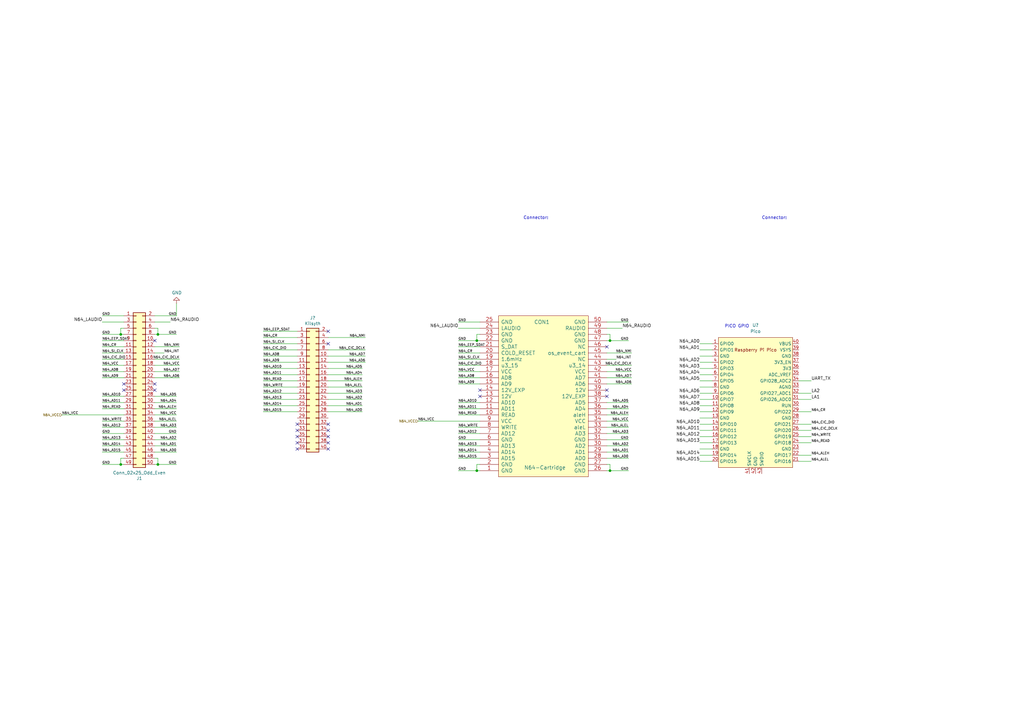
<source format=kicad_sch>
(kicad_sch (version 20211123) (generator eeschema)
  (paper "A3")
  (title_block (date "2019-12-28") (rev "1.1"))
  (lib_symbols
    (symbol "Connector_Generic:Conn_02x20_Odd_Even" (pin_names (offset 1.016) hide)
      (property "Reference" "J" (at 1.27 25.4 0))
      (property "Value" "Conn_02x20_Odd_Even" (at 1.27 -27.94 0))
      (symbol "Conn_02x20_Odd_Even_1_1"
        (rectangle (start -1.27 -25.273) (end 0 -25.527) (stroke (width 0.1524)))
        (rectangle (start -1.27 -22.733) (end 0 -22.987) (stroke (width 0.1524)))
        (rectangle (start -1.27 -20.193) (end 0 -20.447) (stroke (width 0.1524)))
        (rectangle (start -1.27 -17.653) (end 0 -17.907) (stroke (width 0.1524)))
        (rectangle (start -1.27 -15.113) (end 0 -15.367) (stroke (width 0.1524)))
        (rectangle (start -1.27 -12.573) (end 0 -12.827) (stroke (width 0.1524)))
        (rectangle (start -1.27 -10.033) (end 0 -10.287) (stroke (width 0.1524)))
        (rectangle (start -1.27 -7.493) (end 0 -7.747) (stroke (width 0.1524)))
        (rectangle (start -1.27 -4.953) (end 0 -5.207) (stroke (width 0.1524)))
        (rectangle (start -1.27 -2.413) (end 0 -2.667) (stroke (width 0.1524)))
        (rectangle (start -1.27 0.127) (end 0 -0.127) (stroke (width 0.1524)))
        (rectangle (start -1.27 2.667) (end 0 2.413) (stroke (width 0.1524)))
        (rectangle (start -1.27 5.207) (end 0 4.953) (stroke (width 0.1524)))
        (rectangle (start -1.27 7.747) (end 0 7.493) (stroke (width 0.1524)))
        (rectangle (start -1.27 10.287) (end 0 10.033) (stroke (width 0.1524)))
        (rectangle (start -1.27 12.827) (end 0 12.573) (stroke (width 0.1524)))
        (rectangle (start -1.27 15.367) (end 0 15.113) (stroke (width 0.1524)))
        (rectangle (start -1.27 17.907) (end 0 17.653) (stroke (width 0.1524)))
        (rectangle (start -1.27 20.447) (end 0 20.193) (stroke (width 0.1524)))
        (rectangle (start -1.27 22.987) (end 0 22.733) (stroke (width 0.1524)))
        (rectangle (start -1.27 24.13) (end 3.81 -26.67) (stroke (width 0.254)) (fill (type background)))
        (rectangle (start 3.81 -25.273) (end 2.54 -25.527) (stroke (width 0.1524)))
        (rectangle (start 3.81 -22.733) (end 2.54 -22.987) (stroke (width 0.1524)))
        (rectangle (start 3.81 -20.193) (end 2.54 -20.447) (stroke (width 0.1524)))
        (rectangle (start 3.81 -17.653) (end 2.54 -17.907) (stroke (width 0.1524)))
        (rectangle (start 3.81 -15.113) (end 2.54 -15.367) (stroke (width 0.1524)))
        (rectangle (start 3.81 -12.573) (end 2.54 -12.827) (stroke (width 0.1524)))
        (rectangle (start 3.81 -10.033) (end 2.54 -10.287) (stroke (width 0.1524)))
        (rectangle (start 3.81 -7.493) (end 2.54 -7.747) (stroke (width 0.1524)))
        (rectangle (start 3.81 -4.953) (end 2.54 -5.207) (stroke (width 0.1524)))
        (rectangle (start 3.81 -2.413) (end 2.54 -2.667) (stroke (width 0.1524)))
        (rectangle (start 3.81 0.127) (end 2.54 -0.127) (stroke (width 0.1524)))
        (rectangle (start 3.81 2.667) (end 2.54 2.413) (stroke (width 0.1524)))
        (rectangle (start 3.81 5.207) (end 2.54 4.953) (stroke (width 0.1524)))
        (rectangle (start 3.81 7.747) (end 2.54 7.493) (stroke (width 0.1524)))
        (rectangle (start 3.81 10.287) (end 2.54 10.033) (stroke (width 0.1524)))
        (rectangle (start 3.81 12.827) (end 2.54 12.573) (stroke (width 0.1524)))
        (rectangle (start 3.81 15.367) (end 2.54 15.113) (stroke (width 0.1524)))
        (rectangle (start 3.81 17.907) (end 2.54 17.653) (stroke (width 0.1524)))
        (rectangle (start 3.81 20.447) (end 2.54 20.193) (stroke (width 0.1524)))
        (rectangle (start 3.81 22.987) (end 2.54 22.733) (stroke (width 0.1524)))
        (pin passive line (at -5.08 22.86 0) (length 3.81) (name "Pin_1") (number "1"))
        (pin passive line (at 7.62 12.7 180) (length 3.81) (name "Pin_10") (number "10"))
        (pin passive line (at -5.08 10.16 0) (length 3.81) (name "Pin_11") (number "11"))
        (pin passive line (at 7.62 10.16 180) (length 3.81) (name "Pin_12") (number "12"))
        (pin passive line (at -5.08 7.62 0) (length 3.81) (name "Pin_13") (number "13"))
        (pin passive line (at 7.62 7.62 180) (length 3.81) (name "Pin_14") (number "14"))
        (pin passive line (at -5.08 5.08 0) (length 3.81) (name "Pin_15") (number "15"))
        (pin passive line (at 7.62 5.08 180) (length 3.81) (name "Pin_16") (number "16"))
        (pin passive line (at -5.08 2.54 0) (length 3.81) (name "Pin_17") (number "17"))
        (pin passive line (at 7.62 2.54 180) (length 3.81) (name "Pin_18") (number "18"))
        (pin passive line (at -5.08 0 0) (length 3.81) (name "Pin_19") (number "19"))
        (pin passive line (at 7.62 22.86 180) (length 3.81) (name "Pin_2") (number "2"))
        (pin passive line (at 7.62 0 180) (length 3.81) (name "Pin_20") (number "20"))
        (pin passive line (at -5.08 -2.54 0) (length 3.81) (name "Pin_21") (number "21"))
        (pin passive line (at 7.62 -2.54 180) (length 3.81) (name "Pin_22") (number "22"))
        (pin passive line (at -5.08 -5.08 0) (length 3.81) (name "Pin_23") (number "23"))
        (pin passive line (at 7.62 -5.08 180) (length 3.81) (name "Pin_24") (number "24"))
        (pin passive line (at -5.08 -7.62 0) (length 3.81) (name "Pin_25") (number "25"))
        (pin passive line (at 7.62 -7.62 180) (length 3.81) (name "Pin_26") (number "26"))
        (pin passive line (at -5.08 -10.16 0) (length 3.81) (name "Pin_27") (number "27"))
        (pin passive line (at 7.62 -10.16 180) (length 3.81) (name "Pin_28") (number "28"))
        (pin passive line (at -5.08 -12.7 0) (length 3.81) (name "Pin_29") (number "29"))
        (pin passive line (at -5.08 20.32 0) (length 3.81) (name "Pin_3") (number "3"))
        (pin passive line (at 7.62 -12.7 180) (length 3.81) (name "Pin_30") (number "30"))
        (pin passive line (at -5.08 -15.24 0) (length 3.81) (name "Pin_31") (number "31"))
        (pin passive line (at 7.62 -15.24 180) (length 3.81) (name "Pin_32") (number "32"))
        (pin passive line (at -5.08 -17.78 0) (length 3.81) (name "Pin_33") (number "33"))
        (pin passive line (at 7.62 -17.78 180) (length 3.81) (name "Pin_34") (number "34"))
        (pin passive line (at -5.08 -20.32 0) (length 3.81) (name "Pin_35") (number "35"))
        (pin passive line (at 7.62 -20.32 180) (length 3.81) (name "Pin_36") (number "36"))
        (pin passive line (at -5.08 -22.86 0) (length 3.81) (name "Pin_37") (number "37"))
        (pin passive line (at 7.62 -22.86 180) (length 3.81) (name "Pin_38") (number "38"))
        (pin passive line (at -5.08 -25.4 0) (length 3.81) (name "Pin_39") (number "39"))
        (pin passive line (at 7.62 20.32 180) (length 3.81) (name "Pin_4") (number "4"))
        (pin passive line (at 7.62 -25.4 180) (length 3.81) (name "Pin_40") (number "40"))
        (pin passive line (at -5.08 17.78 0) (length 3.81) (name "Pin_5") (number "5"))
        (pin passive line (at 7.62 17.78 180) (length 3.81) (name "Pin_6") (number "6"))
        (pin passive line (at -5.08 15.24 0) (length 3.81) (name "Pin_7") (number "7"))
        (pin passive line (at 7.62 15.24 180) (length 3.81) (name "Pin_8") (number "8"))
        (pin passive line (at -5.08 12.7 0) (length 3.81) (name "Pin_9") (number "9"))
      )
    )
    (symbol "Connector_Generic:Conn_02x25_Odd_Even" (pin_names (offset 1.016) hide)
      (property "Reference" "J" (at 1.27 33.02 0))
      (property "Value" "Conn_02x25_Odd_Even" (at 1.27 -33.02 0))
      (symbol "Conn_02x25_Odd_Even_1_1"
        (rectangle (start -1.27 -30.353) (end 0 -30.607) (stroke (width 0.1524)))
        (rectangle (start -1.27 -27.813) (end 0 -28.067) (stroke (width 0.1524)))
        (rectangle (start -1.27 -25.273) (end 0 -25.527) (stroke (width 0.1524)))
        (rectangle (start -1.27 -22.733) (end 0 -22.987) (stroke (width 0.1524)))
        (rectangle (start -1.27 -20.193) (end 0 -20.447) (stroke (width 0.1524)))
        (rectangle (start -1.27 -17.653) (end 0 -17.907) (stroke (width 0.1524)))
        (rectangle (start -1.27 -15.113) (end 0 -15.367) (stroke (width 0.1524)))
        (rectangle (start -1.27 -12.573) (end 0 -12.827) (stroke (width 0.1524)))
        (rectangle (start -1.27 -10.033) (end 0 -10.287) (stroke (width 0.1524)))
        (rectangle (start -1.27 -7.493) (end 0 -7.747) (stroke (width 0.1524)))
        (rectangle (start -1.27 -4.953) (end 0 -5.207) (stroke (width 0.1524)))
        (rectangle (start -1.27 -2.413) (end 0 -2.667) (stroke (width 0.1524)))
        (rectangle (start -1.27 0.127) (end 0 -0.127) (stroke (width 0.1524)))
        (rectangle (start -1.27 2.667) (end 0 2.413) (stroke (width 0.1524)))
        (rectangle (start -1.27 5.207) (end 0 4.953) (stroke (width 0.1524)))
        (rectangle (start -1.27 7.747) (end 0 7.493) (stroke (width 0.1524)))
        (rectangle (start -1.27 10.287) (end 0 10.033) (stroke (width 0.1524)))
        (rectangle (start -1.27 12.827) (end 0 12.573) (stroke (width 0.1524)))
        (rectangle (start -1.27 15.367) (end 0 15.113) (stroke (width 0.1524)))
        (rectangle (start -1.27 17.907) (end 0 17.653) (stroke (width 0.1524)))
        (rectangle (start -1.27 20.447) (end 0 20.193) (stroke (width 0.1524)))
        (rectangle (start -1.27 22.987) (end 0 22.733) (stroke (width 0.1524)))
        (rectangle (start -1.27 25.527) (end 0 25.273) (stroke (width 0.1524)))
        (rectangle (start -1.27 28.067) (end 0 27.813) (stroke (width 0.1524)))
        (rectangle (start -1.27 30.607) (end 0 30.353) (stroke (width 0.1524)))
        (rectangle (start -1.27 31.75) (end 3.81 -31.75) (stroke (width 0.254)) (fill (type background)))
        (rectangle (start 3.81 -30.353) (end 2.54 -30.607) (stroke (width 0.1524)))
        (rectangle (start 3.81 -27.813) (end 2.54 -28.067) (stroke (width 0.1524)))
        (rectangle (start 3.81 -25.273) (end 2.54 -25.527) (stroke (width 0.1524)))
        (rectangle (start 3.81 -22.733) (end 2.54 -22.987) (stroke (width 0.1524)))
        (rectangle (start 3.81 -20.193) (end 2.54 -20.447) (stroke (width 0.1524)))
        (rectangle (start 3.81 -17.653) (end 2.54 -17.907) (stroke (width 0.1524)))
        (rectangle (start 3.81 -15.113) (end 2.54 -15.367) (stroke (width 0.1524)))
        (rectangle (start 3.81 -12.573) (end 2.54 -12.827) (stroke (width 0.1524)))
        (rectangle (start 3.81 -10.033) (end 2.54 -10.287) (stroke (width 0.1524)))
        (rectangle (start 3.81 -7.493) (end 2.54 -7.747) (stroke (width 0.1524)))
        (rectangle (start 3.81 -4.953) (end 2.54 -5.207) (stroke (width 0.1524)))
        (rectangle (start 3.81 -2.413) (end 2.54 -2.667) (stroke (width 0.1524)))
        (rectangle (start 3.81 0.127) (end 2.54 -0.127) (stroke (width 0.1524)))
        (rectangle (start 3.81 2.667) (end 2.54 2.413) (stroke (width 0.1524)))
        (rectangle (start 3.81 5.207) (end 2.54 4.953) (stroke (width 0.1524)))
        (rectangle (start 3.81 7.747) (end 2.54 7.493) (stroke (width 0.1524)))
        (rectangle (start 3.81 10.287) (end 2.54 10.033) (stroke (width 0.1524)))
        (rectangle (start 3.81 12.827) (end 2.54 12.573) (stroke (width 0.1524)))
        (rectangle (start 3.81 15.367) (end 2.54 15.113) (stroke (width 0.1524)))
        (rectangle (start 3.81 17.907) (end 2.54 17.653) (stroke (width 0.1524)))
        (rectangle (start 3.81 20.447) (end 2.54 20.193) (stroke (width 0.1524)))
        (rectangle (start 3.81 22.987) (end 2.54 22.733) (stroke (width 0.1524)))
        (rectangle (start 3.81 25.527) (end 2.54 25.273) (stroke (width 0.1524)))
        (rectangle (start 3.81 28.067) (end 2.54 27.813) (stroke (width 0.1524)))
        (rectangle (start 3.81 30.607) (end 2.54 30.353) (stroke (width 0.1524)))
        (pin passive line (at -5.08 30.48 0) (length 3.81) (name "Pin_1") (number "1"))
        (pin passive line (at 7.62 20.32 180) (length 3.81) (name "Pin_10") (number "10"))
        (pin passive line (at -5.08 17.78 0) (length 3.81) (name "Pin_11") (number "11"))
        (pin passive line (at 7.62 17.78 180) (length 3.81) (name "Pin_12") (number "12"))
        (pin passive line (at -5.08 15.24 0) (length 3.81) (name "Pin_13") (number "13"))
        (pin passive line (at 7.62 15.24 180) (length 3.81) (name "Pin_14") (number "14"))
        (pin passive line (at -5.08 12.7 0) (length 3.81) (name "Pin_15") (number "15"))
        (pin passive line (at 7.62 12.7 180) (length 3.81) (name "Pin_16") (number "16"))
        (pin passive line (at -5.08 10.16 0) (length 3.81) (name "Pin_17") (number "17"))
        (pin passive line (at 7.62 10.16 180) (length 3.81) (name "Pin_18") (number "18"))
        (pin passive line (at -5.08 7.62 0) (length 3.81) (name "Pin_19") (number "19"))
        (pin passive line (at 7.62 30.48 180) (length 3.81) (name "Pin_2") (number "2"))
        (pin passive line (at 7.62 7.62 180) (length 3.81) (name "Pin_20") (number "20"))
        (pin passive line (at -5.08 5.08 0) (length 3.81) (name "Pin_21") (number "21"))
        (pin passive line (at 7.62 5.08 180) (length 3.81) (name "Pin_22") (number "22"))
        (pin passive line (at -5.08 2.54 0) (length 3.81) (name "Pin_23") (number "23"))
        (pin passive line (at 7.62 2.54 180) (length 3.81) (name "Pin_24") (number "24"))
        (pin passive line (at -5.08 0 0) (length 3.81) (name "Pin_25") (number "25"))
        (pin passive line (at 7.62 0 180) (length 3.81) (name "Pin_26") (number "26"))
        (pin passive line (at -5.08 -2.54 0) (length 3.81) (name "Pin_27") (number "27"))
        (pin passive line (at 7.62 -2.54 180) (length 3.81) (name "Pin_28") (number "28"))
        (pin passive line (at -5.08 -5.08 0) (length 3.81) (name "Pin_29") (number "29"))
        (pin passive line (at -5.08 27.94 0) (length 3.81) (name "Pin_3") (number "3"))
        (pin passive line (at 7.62 -5.08 180) (length 3.81) (name "Pin_30") (number "30"))
        (pin passive line (at -5.08 -7.62 0) (length 3.81) (name "Pin_31") (number "31"))
        (pin passive line (at 7.62 -7.62 180) (length 3.81) (name "Pin_32") (number "32"))
        (pin passive line (at -5.08 -10.16 0) (length 3.81) (name "Pin_33") (number "33"))
        (pin passive line (at 7.62 -10.16 180) (length 3.81) (name "Pin_34") (number "34"))
        (pin passive line (at -5.08 -12.7 0) (length 3.81) (name "Pin_35") (number "35"))
        (pin passive line (at 7.62 -12.7 180) (length 3.81) (name "Pin_36") (number "36"))
        (pin passive line (at -5.08 -15.24 0) (length 3.81) (name "Pin_37") (number "37"))
        (pin passive line (at 7.62 -15.24 180) (length 3.81) (name "Pin_38") (number "38"))
        (pin passive line (at -5.08 -17.78 0) (length 3.81) (name "Pin_39") (number "39"))
        (pin passive line (at 7.62 27.94 180) (length 3.81) (name "Pin_4") (number "4"))
        (pin passive line (at 7.62 -17.78 180) (length 3.81) (name "Pin_40") (number "40"))
        (pin passive line (at -5.08 -20.32 0) (length 3.81) (name "Pin_41") (number "41"))
        (pin passive line (at 7.62 -20.32 180) (length 3.81) (name "Pin_42") (number "42"))
        (pin passive line (at -5.08 -22.86 0) (length 3.81) (name "Pin_43") (number "43"))
        (pin passive line (at 7.62 -22.86 180) (length 3.81) (name "Pin_44") (number "44"))
        (pin passive line (at -5.08 -25.4 0) (length 3.81) (name "Pin_45") (number "45"))
        (pin passive line (at 7.62 -25.4 180) (length 3.81) (name "Pin_46") (number "46"))
        (pin passive line (at -5.08 -27.94 0) (length 3.81) (name "Pin_47") (number "47"))
        (pin passive line (at 7.62 -27.94 180) (length 3.81) (name "Pin_48") (number "48"))
        (pin passive line (at -5.08 -30.48 0) (length 3.81) (name "Pin_49") (number "49"))
        (pin passive line (at -5.08 25.4 0) (length 3.81) (name "Pin_5") (number "5"))
        (pin passive line (at 7.62 -30.48 180) (length 3.81) (name "Pin_50") (number "50"))
        (pin passive line (at 7.62 25.4 180) (length 3.81) (name "Pin_6") (number "6"))
        (pin passive line (at -5.08 22.86 0) (length 3.81) (name "Pin_7") (number "7"))
        (pin passive line (at 7.62 22.86 180) (length 3.81) (name "Pin_8") (number "8"))
        (pin passive line (at -5.08 20.32 0) (length 3.81) (name "Pin_9") (number "9"))
      )
    )
    (symbol "n64-cartridge:N64-Cartridge" (pin_names (offset 1.016))
      (property "Reference" "U" (at -1.27 -2.54 0))
      (property "Value" "N64-Cartridge" (at 0 57.15 0))
      (symbol "N64-Cartridge_0_1"
        (rectangle (start -19.05 60.96) (end 17.78 -5.08) (fill (type background)))
      )
      (symbol "N64-Cartridge_1_1"
        (pin passive line (at -26.67 58.42 0) (length 7.62) (name "GND") (number "1"))
        (pin passive line (at -26.67 35.56 0) (length 7.62) (name "READ") (number "10"))
        (pin passive line (at -26.67 33.02 0) (length 7.62) (name "AD11") (number "11"))
        (pin passive line (at -26.67 30.48 0) (length 7.62) (name "AD10") (number "12"))
        (pin passive line (at -26.67 27.94 0) (length 7.62) (name "12V") (number "13"))
        (pin passive line (at -26.67 25.4 0) (length 7.62) (name "12V_EXP") (number "14"))
        (pin passive line (at -26.67 22.86 0) (length 7.62) (name "AD9") (number "15"))
        (pin passive line (at -26.67 20.32 0) (length 7.62) (name "AD8") (number "16"))
        (pin passive line (at -26.67 17.78 0) (length 7.62) (name "VCC") (number "17"))
        (pin passive line (at -26.67 15.24 0) (length 7.62) (name "u3_15") (number "18"))
        (pin passive line (at -26.67 12.7 0) (length 7.62) (name "1.6mHz") (number "19"))
        (pin passive line (at -26.67 55.88 0) (length 7.62) (name "GND") (number "2"))
        (pin passive line (at -26.67 10.16 0) (length 7.62) (name "COLD_RESET") (number "20"))
        (pin passive line (at -26.67 7.62 0) (length 7.62) (name "S_DAT") (number "21"))
        (pin passive line (at -26.67 5.08 0) (length 7.62) (name "GND") (number "22"))
        (pin passive line (at -26.67 2.54 0) (length 7.62) (name "GND") (number "23"))
        (pin passive line (at -26.67 0 0) (length 7.62) (name "LAUDIO") (number "24"))
        (pin passive line (at -26.67 -2.54 0) (length 7.62) (name "GND") (number "25"))
        (pin passive line (at 25.4 58.42 180) (length 7.62) (name "GND") (number "26"))
        (pin passive line (at 25.4 55.88 180) (length 7.62) (name "GND") (number "27"))
        (pin passive line (at 25.4 53.34 180) (length 7.62) (name "AD0") (number "28"))
        (pin passive line (at 25.4 50.8 180) (length 7.62) (name "AD1") (number "29"))
        (pin passive line (at -26.67 53.34 0) (length 7.62) (name "AD15") (number "3"))
        (pin passive line (at 25.4 48.26 180) (length 7.62) (name "AD2") (number "30"))
        (pin passive line (at 25.4 45.72 180) (length 7.62) (name "GND") (number "31"))
        (pin passive line (at 25.4 43.18 180) (length 7.62) (name "AD3") (number "32"))
        (pin passive line (at 25.4 40.64 180) (length 7.62) (name "aleL") (number "33"))
        (pin passive line (at 25.4 38.1 180) (length 7.62) (name "VCC") (number "34"))
        (pin passive line (at 25.4 35.56 180) (length 7.62) (name "aleH") (number "35"))
        (pin passive line (at 25.4 33.02 180) (length 7.62) (name "AD4") (number "36"))
        (pin passive line (at 25.4 30.48 180) (length 7.62) (name "AD5") (number "37"))
        (pin passive line (at 25.4 27.94 180) (length 7.62) (name "12V_EXP") (number "38"))
        (pin passive line (at 25.4 25.4 180) (length 7.62) (name "12V") (number "39"))
        (pin passive line (at -26.67 50.8 0) (length 7.62) (name "AD14") (number "4"))
        (pin passive line (at 25.4 22.86 180) (length 7.62) (name "AD6") (number "40"))
        (pin passive line (at 25.4 20.32 180) (length 7.62) (name "AD7") (number "41"))
        (pin passive line (at 25.4 17.78 180) (length 7.62) (name "VCC") (number "42"))
        (pin passive line (at 25.4 15.24 180) (length 7.62) (name "u3_14") (number "43"))
        (pin passive line (at 25.4 12.7 180) (length 7.62) (name "NC") (number "44"))
        (pin passive line (at 25.4 10.16 180) (length 7.62) (name "os_event_cart") (number "45"))
        (pin passive line (at 25.4 7.62 180) (length 7.62) (name "NC") (number "46"))
        (pin passive line (at 25.4 5.08 180) (length 7.62) (name "GND") (number "47"))
        (pin passive line (at 25.4 2.54 180) (length 7.62) (name "GND") (number "48"))
        (pin passive line (at 25.4 0 180) (length 7.62) (name "RAUDIO") (number "49"))
        (pin passive line (at -26.67 48.26 0) (length 7.62) (name "AD13") (number "5"))
        (pin passive line (at 25.4 -2.54 180) (length 7.62) (name "GND") (number "50"))
        (pin passive line (at -26.67 45.72 0) (length 7.62) (name "GND") (number "6"))
        (pin passive line (at -26.67 43.18 0) (length 7.62) (name "AD12") (number "7"))
        (pin passive line (at -26.67 40.64 0) (length 7.62) (name "WRITE") (number "8"))
        (pin passive line (at -26.67 38.1 0) (length 7.62) (name "VCC") (number "9"))
      )
    )
    (symbol "pico:Pico"
      (property "Reference" "U" (at -13.97 27.94 0))
      (property "Value" "Pico" (at 0 19.05 0))
      (symbol "Pico_0_0"
        (text "Raspberry Pi Pico" (at 0 21.59 0) (effects (font (size 1.27 1.27))))
      )
      (symbol "Pico_0_1"
        (rectangle (start -15.24 26.67) (end 15.24 -26.67) (fill (type background)))
      )
      (symbol "Pico_1_1"
        (pin bidirectional line (at -17.78 24.13 0) (length 2.54) (name "GPIO0") (number "1"))
        (pin bidirectional line (at -17.78 1.27 0) (length 2.54) (name "GPIO7") (number "10"))
        (pin bidirectional line (at -17.78 -1.27 0) (length 2.54) (name "GPIO8") (number "11"))
        (pin bidirectional line (at -17.78 -3.81 0) (length 2.54) (name "GPIO9") (number "12"))
        (pin power_in line (at -17.78 -6.35 0) (length 2.54) (name "GND") (number "13"))
        (pin bidirectional line (at -17.78 -8.89 0) (length 2.54) (name "GPIO10") (number "14"))
        (pin bidirectional line (at -17.78 -11.43 0) (length 2.54) (name "GPIO11") (number "15"))
        (pin bidirectional line (at -17.78 -13.97 0) (length 2.54) (name "GPIO12") (number "16"))
        (pin bidirectional line (at -17.78 -16.51 0) (length 2.54) (name "GPIO13") (number "17"))
        (pin power_in line (at -17.78 -19.05 0) (length 2.54) (name "GND") (number "18"))
        (pin bidirectional line (at -17.78 -21.59 0) (length 2.54) (name "GPIO14") (number "19"))
        (pin bidirectional line (at -17.78 21.59 0) (length 2.54) (name "GPIO1") (number "2"))
        (pin bidirectional line (at -17.78 -24.13 0) (length 2.54) (name "GPIO15") (number "20"))
        (pin bidirectional line (at 17.78 -24.13 180) (length 2.54) (name "GPIO16") (number "21"))
        (pin bidirectional line (at 17.78 -21.59 180) (length 2.54) (name "GPIO17") (number "22"))
        (pin power_in line (at 17.78 -19.05 180) (length 2.54) (name "GND") (number "23"))
        (pin bidirectional line (at 17.78 -16.51 180) (length 2.54) (name "GPIO18") (number "24"))
        (pin bidirectional line (at 17.78 -13.97 180) (length 2.54) (name "GPIO19") (number "25"))
        (pin bidirectional line (at 17.78 -11.43 180) (length 2.54) (name "GPIO20") (number "26"))
        (pin bidirectional line (at 17.78 -8.89 180) (length 2.54) (name "GPIO21") (number "27"))
        (pin power_in line (at 17.78 -6.35 180) (length 2.54) (name "GND") (number "28"))
        (pin bidirectional line (at 17.78 -3.81 180) (length 2.54) (name "GPIO22") (number "29"))
        (pin power_in line (at -17.78 19.05 0) (length 2.54) (name "GND") (number "3"))
        (pin input line (at 17.78 -1.27 180) (length 2.54) (name "RUN") (number "30"))
        (pin bidirectional line (at 17.78 1.27 180) (length 2.54) (name "GPIO26_ADC0") (number "31"))
        (pin bidirectional line (at 17.78 3.81 180) (length 2.54) (name "GPIO27_ADC1") (number "32"))
        (pin power_in line (at 17.78 6.35 180) (length 2.54) (name "AGND") (number "33"))
        (pin bidirectional line (at 17.78 8.89 180) (length 2.54) (name "GPIO28_ADC2") (number "34"))
        (pin power_in line (at 17.78 11.43 180) (length 2.54) (name "ADC_VREF") (number "35"))
        (pin power_in line (at 17.78 13.97 180) (length 2.54) (name "3V3") (number "36"))
        (pin input line (at 17.78 16.51 180) (length 2.54) (name "3V3_EN") (number "37"))
        (pin bidirectional line (at 17.78 19.05 180) (length 2.54) (name "GND") (number "38"))
        (pin power_in line (at 17.78 21.59 180) (length 2.54) (name "VSYS") (number "39"))
        (pin bidirectional line (at -17.78 16.51 0) (length 2.54) (name "GPIO2") (number "4"))
        (pin power_in line (at 17.78 24.13 180) (length 2.54) (name "VBUS") (number "40"))
        (pin input line (at -2.54 -29.21 90) (length 2.54) (name "SWCLK") (number "41"))
        (pin power_in line (at 0 -29.21 90) (length 2.54) (name "GND") (number "42"))
        (pin bidirectional line (at 2.54 -29.21 90) (length 2.54) (name "SWDIO") (number "43"))
        (pin bidirectional line (at -17.78 13.97 0) (length 2.54) (name "GPIO3") (number "5"))
        (pin bidirectional line (at -17.78 11.43 0) (length 2.54) (name "GPIO4") (number "6"))
        (pin bidirectional line (at -17.78 8.89 0) (length 2.54) (name "GPIO5") (number "7"))
        (pin power_in line (at -17.78 6.35 0) (length 2.54) (name "GND") (number "8"))
        (pin bidirectional line (at -17.78 3.81 0) (length 2.54) (name "GPIO6") (number "9"))
      )
    )
    (symbol "power:GND" (power) (pin_names (offset 0))
      (property "Value" "GND" (at 0 -3.81 0))
      (symbol "GND_0_1"
        (polyline (pts (xy 0 0) (xy 0 -1.27) (xy 1.27 -1.27) (xy 0 -2.54) (xy -1.27 -1.27) (xy 0 -1.27)))
      )
      (symbol "GND_1_1"
        (pin power_in line (at 0 0 270) (length 0) hide (name "GND") (number "1"))
      )
    )
  )
  (junction (at 64.77 190.5))
  (junction (at 250.19 139.7))
  (junction (at 49.53 190.5))
  (junction (at 49.53 137.16))
  (junction (at 64.77 137.16))
  (junction (at 195.58 139.7))
  (junction (at 195.58 193.04))
  (junction (at 250.19 193.04))
  (no_connect (at 134.62 173.99))
  (no_connect (at 134.62 135.89))
  (no_connect (at 134.62 184.15))
  (no_connect (at 248.92 142.24))
  (no_connect (at 248.92 160.02))
  (no_connect (at 134.62 176.53))
  (no_connect (at 121.92 181.61))
  (no_connect (at 134.62 140.97))
  (no_connect (at 134.62 179.07))
  (no_connect (at 121.92 173.99))
  (no_connect (at 121.92 176.53))
  (no_connect (at 196.85 160.02))
  (no_connect (at 248.92 162.56))
  (no_connect (at 63.5 157.48))
  (no_connect (at 121.92 184.15))
  (no_connect (at 121.92 179.07))
  (no_connect (at 50.8 160.02))
  (no_connect (at 196.85 162.56))
  (no_connect (at 50.8 157.48))
  (no_connect (at 63.5 139.7))
  (no_connect (at 63.5 160.02))
  (no_connect (at 134.62 181.61))
  (wire (pts (xy 196.85 167.64) (xy 187.96 167.64)))
  (wire (pts (xy 107.95 163.83) (xy 121.92 163.83)))
  (wire (pts (xy 255.27 134.62) (xy 248.92 134.62)))
  (wire (pts (xy 327.66 163.83) (xy 332.74 163.83)))
  (wire (pts (xy 41.91 190.5) (xy 49.53 190.5)))
  (wire (pts (xy 41.91 185.42) (xy 50.8 185.42)))
  (wire (pts (xy 134.62 168.91) (xy 148.59 168.91)))
  (wire (pts (xy 287.02 158.75) (xy 292.1 158.75)))
  (wire (pts (xy 107.95 143.51) (xy 121.92 143.51)))
  (wire (pts (xy 73.66 142.24) (xy 63.5 142.24)))
  (wire (pts (xy 327.66 189.23) (xy 332.74 189.23)))
  (wire (pts (xy 64.77 187.96) (xy 64.77 190.5)))
  (wire (pts (xy 50.8 139.7) (xy 41.91 139.7)))
  (wire (pts (xy 287.02 184.15) (xy 292.1 184.15)))
  (wire (pts (xy 41.91 137.16) (xy 49.53 137.16)))
  (wire (pts (xy 287.02 151.13) (xy 292.1 151.13)))
  (wire (pts (xy 107.95 168.91) (xy 121.92 168.91)))
  (wire (pts (xy 64.77 134.62) (xy 64.77 137.16)))
  (wire (pts (xy 327.66 156.21) (xy 332.74 156.21)))
  (wire (pts (xy 187.96 149.86) (xy 196.85 149.86)))
  (wire (pts (xy 107.95 135.89) (xy 121.92 135.89)))
  (wire (pts (xy 257.81 170.18) (xy 248.92 170.18)))
  (wire (pts (xy 72.39 165.1) (xy 63.5 165.1)))
  (wire (pts (xy 41.91 180.34) (xy 50.8 180.34)))
  (wire (pts (xy 50.8 175.26) (xy 41.91 175.26)))
  (wire (pts (xy 50.8 165.1) (xy 41.91 165.1)))
  (wire (pts (xy 134.62 163.83) (xy 148.59 163.83)))
  (wire (pts (xy 196.85 157.48) (xy 187.96 157.48)))
  (wire (pts (xy 195.58 137.16) (xy 195.58 139.7)))
  (wire (pts (xy 287.02 186.69) (xy 292.1 186.69)))
  (wire (pts (xy 64.77 190.5) (xy 72.39 190.5)))
  (wire (pts (xy 327.66 173.99) (xy 332.74 173.99)))
  (wire (pts (xy 257.81 167.64) (xy 248.92 167.64)))
  (wire (pts (xy 248.92 180.34) (xy 257.81 180.34)))
  (wire (pts (xy 248.92 147.32) (xy 252.73 147.32)))
  (wire (pts (xy 107.95 166.37) (xy 121.92 166.37)))
  (wire (pts (xy 134.62 161.29) (xy 148.59 161.29)))
  (wire (pts (xy 196.85 142.24) (xy 187.96 142.24)))
  (wire (pts (xy 72.39 167.64) (xy 63.5 167.64)))
  (wire (pts (xy 259.08 149.86) (xy 248.92 149.86)))
  (wire (pts (xy 63.5 190.5) (xy 64.77 190.5)))
  (wire (pts (xy 187.96 187.96) (xy 196.85 187.96)))
  (wire (pts (xy 196.85 165.1) (xy 187.96 165.1)))
  (wire (pts (xy 187.96 193.04) (xy 195.58 193.04)))
  (wire (pts (xy 63.5 185.42) (xy 72.39 185.42)))
  (wire (pts (xy 257.81 165.1) (xy 248.92 165.1)))
  (wire (pts (xy 196.85 132.08) (xy 187.96 132.08)))
  (wire (pts (xy 250.19 139.7) (xy 257.81 139.7)))
  (wire (pts (xy 287.02 189.23) (xy 292.1 189.23)))
  (wire (pts (xy 195.58 193.04) (xy 196.85 193.04)))
  (wire (pts (xy 50.8 187.96) (xy 49.53 187.96)))
  (wire (pts (xy 63.5 149.86) (xy 73.66 149.86)))
  (wire (pts (xy 72.39 182.88) (xy 63.5 182.88)))
  (wire (pts (xy 63.5 132.08) (xy 69.85 132.08)))
  (wire (pts (xy 72.39 162.56) (xy 63.5 162.56)))
  (wire (pts (xy 287.02 153.67) (xy 292.1 153.67)))
  (wire (pts (xy 250.19 190.5) (xy 250.19 193.04)))
  (wire (pts (xy 107.95 153.67) (xy 121.92 153.67)))
  (wire (pts (xy 196.85 177.8) (xy 187.96 177.8)))
  (wire (pts (xy 327.66 186.69) (xy 332.74 186.69)))
  (wire (pts (xy 50.8 134.62) (xy 49.53 134.62)))
  (wire (pts (xy 196.85 180.34) (xy 187.96 180.34)))
  (wire (pts (xy 41.91 152.4) (xy 50.8 152.4)))
  (wire (pts (xy 327.66 181.61) (xy 332.74 181.61)))
  (wire (pts (xy 49.53 137.16) (xy 50.8 137.16)))
  (wire (pts (xy 73.66 147.32) (xy 63.5 147.32)))
  (wire (pts (xy 250.19 193.04) (xy 257.81 193.04)))
  (wire (pts (xy 187.96 147.32) (xy 196.85 147.32)))
  (wire (pts (xy 63.5 137.16) (xy 64.77 137.16)))
  (wire (pts (xy 327.66 176.53) (xy 332.74 176.53)))
  (wire (pts (xy 248.92 193.04) (xy 250.19 193.04)))
  (wire (pts (xy 287.02 166.37) (xy 292.1 166.37)))
  (wire (pts (xy 259.08 154.94) (xy 248.92 154.94)))
  (wire (pts (xy 248.92 139.7) (xy 250.19 139.7)))
  (wire (pts (xy 187.96 154.94) (xy 196.85 154.94)))
  (wire (pts (xy 134.62 146.05) (xy 149.86 146.05)))
  (wire (pts (xy 41.91 147.32) (xy 50.8 147.32)))
  (wire (pts (xy 248.92 152.4) (xy 259.08 152.4)))
  (wire (pts (xy 287.02 171.45) (xy 292.1 171.45)))
  (wire (pts (xy 287.02 140.97) (xy 292.1 140.97)))
  (wire (pts (xy 63.5 134.62) (xy 64.77 134.62)))
  (wire (pts (xy 257.81 177.8) (xy 248.92 177.8)))
  (wire (pts (xy 50.8 142.24) (xy 41.91 142.24)))
  (wire (pts (xy 50.8 167.64) (xy 41.91 167.64)))
  (wire (pts (xy 134.62 153.67) (xy 148.59 153.67)))
  (wire (pts (xy 196.85 170.18) (xy 187.96 170.18)))
  (wire (pts (xy 196.85 185.42) (xy 187.96 185.42)))
  (wire (pts (xy 196.85 152.4) (xy 187.96 152.4)))
  (wire (pts (xy 64.77 137.16) (xy 72.39 137.16)))
  (wire (pts (xy 107.95 138.43) (xy 121.92 138.43)))
  (wire (pts (xy 41.91 144.78) (xy 50.8 144.78)))
  (wire (pts (xy 49.53 190.5) (xy 50.8 190.5)))
  (wire (pts (xy 287.02 161.29) (xy 292.1 161.29)))
  (wire (pts (xy 72.39 129.54) (xy 63.5 129.54)))
  (wire (pts (xy 63.5 177.8) (xy 72.39 177.8)))
  (wire (pts (xy 72.39 172.72) (xy 63.5 172.72)))
  (wire (pts (xy 187.96 139.7) (xy 195.58 139.7)))
  (wire (pts (xy 50.8 172.72) (xy 41.91 172.72)))
  (wire (pts (xy 107.95 148.59) (xy 121.92 148.59)))
  (wire (pts (xy 187.96 182.88) (xy 196.85 182.88)))
  (wire (pts (xy 73.66 154.94) (xy 63.5 154.94)))
  (wire (pts (xy 248.92 190.5) (xy 250.19 190.5)))
  (wire (pts (xy 50.8 182.88) (xy 41.91 182.88)))
  (wire (pts (xy 287.02 143.51) (xy 292.1 143.51)))
  (wire (pts (xy 134.62 138.43) (xy 149.86 138.43)))
  (wire (pts (xy 49.53 187.96) (xy 49.53 190.5)))
  (wire (pts (xy 107.95 140.97) (xy 121.92 140.97)))
  (wire (pts (xy 287.02 146.05) (xy 292.1 146.05)))
  (wire (pts (xy 134.62 143.51) (xy 149.86 143.51)))
  (wire (pts (xy 50.8 149.86) (xy 41.91 149.86)))
  (wire (pts (xy 25.4 170.18) (xy 50.8 170.18)))
  (wire (pts (xy 287.02 179.07) (xy 292.1 179.07)))
  (wire (pts (xy 50.8 129.54) (xy 41.91 129.54)))
  (wire (pts (xy 287.02 176.53) (xy 292.1 176.53)))
  (wire (pts (xy 287.02 168.91) (xy 292.1 168.91)))
  (wire (pts (xy 257.81 132.08) (xy 248.92 132.08)))
  (wire (pts (xy 250.19 137.16) (xy 250.19 139.7)))
  (wire (pts (xy 248.92 137.16) (xy 250.19 137.16)))
  (wire (pts (xy 196.85 134.62) (xy 187.96 134.62)))
  (wire (pts (xy 327.66 161.29) (xy 332.74 161.29)))
  (wire (pts (xy 196.85 190.5) (xy 195.58 190.5)))
  (wire (pts (xy 107.95 146.05) (xy 121.92 146.05)))
  (wire (pts (xy 107.95 151.13) (xy 121.92 151.13)))
  (wire (pts (xy 257.81 185.42) (xy 248.92 185.42)))
  (wire (pts (xy 63.5 187.96) (xy 64.77 187.96)))
  (wire (pts (xy 134.62 151.13) (xy 148.59 151.13)))
  (wire (pts (xy 287.02 173.99) (xy 292.1 173.99)))
  (wire (pts (xy 257.81 182.88) (xy 248.92 182.88)))
  (wire (pts (xy 134.62 156.21) (xy 148.59 156.21)))
  (wire (pts (xy 171.45 172.72) (xy 196.85 172.72)))
  (wire (pts (xy 196.85 175.26) (xy 187.96 175.26)))
  (wire (pts (xy 327.66 168.91) (xy 332.74 168.91)))
  (wire (pts (xy 50.8 154.94) (xy 41.91 154.94)))
  (wire (pts (xy 134.62 148.59) (xy 149.86 148.59)))
  (wire (pts (xy 72.39 124.46) (xy 72.39 129.54)))
  (wire (pts (xy 195.58 190.5) (xy 195.58 193.04)))
  (wire (pts (xy 50.8 177.8) (xy 41.91 177.8)))
  (wire (pts (xy 287.02 163.83) (xy 292.1 163.83)))
  (wire (pts (xy 107.95 158.75) (xy 121.92 158.75)))
  (wire (pts (xy 134.62 158.75) (xy 148.59 158.75)))
  (wire (pts (xy 63.5 144.78) (xy 67.31 144.78)))
  (wire (pts (xy 107.95 156.21) (xy 121.92 156.21)))
  (wire (pts (xy 196.85 144.78) (xy 187.96 144.78)))
  (wire (pts (xy 134.62 166.37) (xy 148.59 166.37)))
  (wire (pts (xy 73.66 152.4) (xy 63.5 152.4)))
  (wire (pts (xy 257.81 175.26) (xy 248.92 175.26)))
  (wire (pts (xy 287.02 148.59) (xy 292.1 148.59)))
  (wire (pts (xy 72.39 175.26) (xy 63.5 175.26)))
  (wire (pts (xy 248.92 187.96) (xy 257.81 187.96)))
  (wire (pts (xy 287.02 156.21) (xy 292.1 156.21)))
  (wire (pts (xy 72.39 180.34) (xy 63.5 180.34)))
  (wire (pts (xy 196.85 137.16) (xy 195.58 137.16)))
  (wire (pts (xy 195.58 139.7) (xy 196.85 139.7)))
  (wire (pts (xy 259.08 157.48) (xy 248.92 157.48)))
  (wire (pts (xy 49.53 134.62) (xy 49.53 137.16)))
  (wire (pts (xy 107.95 161.29) (xy 121.92 161.29)))
  (wire (pts (xy 63.5 170.18) (xy 72.39 170.18)))
  (wire (pts (xy 259.08 144.78) (xy 248.92 144.78)))
  (wire (pts (xy 50.8 162.56) (xy 41.91 162.56)))
  (wire (pts (xy 41.91 132.08) (xy 50.8 132.08)))
  (wire (pts (xy 327.66 179.07) (xy 332.74 179.07)))
  (wire (pts (xy 248.92 172.72) (xy 257.81 172.72)))
  (wire (pts (xy 287.02 181.61) (xy 292.1 181.61)))
  (text "PICO GPIO" (at 297.18 134.62 0) (effects (font (size 1.27 1.27)) (justify left bottom)))
  (text "Connector:" (at 214.63 90.17 0) (effects (font (size 1.27 1.27)) (justify left bottom)))
  (text "Connector:" (at 312.42 90.17 0) (effects (font (size 1.27 1.27)) (justify left bottom)))
  (label "N64_AD3" (at 287.02 151.13 180))
  (label "N64_ALEH" (at 257.81 170.18 180) (effects (font (size 0.9906 0.9906))))
  (label "N64_EEP_SDAT" (at 187.96 142.24 0) (effects (font (size 0.9906 0.9906))))
  (label "N64_CR" (at 187.96 144.78 0) (effects (font (size 0.9906 0.9906))))
  (label "N64_AD0" (at 257.81 187.96 180) (effects (font (size 0.9906 0.9906))))
  (label "N64_CIC_DIO" (at 187.96 149.86 0) (effects (font (size 0.9906 0.9906))))
  (label "N64_EEP_SDAT" (at 107.95 135.89 0) (effects (font (size 0.9906 0.9906))))
  (label "GND" (at 187.96 180.34 0) (effects (font (size 0.9906 0.9906))))
  (label "N64_AD7" (at 287.02 163.83 180))
  (label "GND" (at 257.81 180.34 180) (effects (font (size 0.9906 0.9906))))
  (label "N64_ALEL" (at 72.39 172.72 180) (effects (font (size 0.9906 0.9906))))
  (label "N64_AD14" (at 187.96 185.42 0) (effects (font (size 0.9906 0.9906))))
  (label "N64_AD4" (at 287.02 153.67 180))
  (label "N64_SI_CLK" (at 187.96 147.32 0) (effects (font (size 0.9906 0.9906))))
  (label "UART_TX" (at 332.74 156.21 0))
  (label "N64_AD13" (at 287.02 181.61 180))
  (label "N64_AD0" (at 72.39 185.42 180) (effects (font (size 0.9906 0.9906))))
  (label "N64_AD5" (at 287.02 156.21 180))
  (label "N64_CIC_DIO" (at 107.95 143.51 0) (effects (font (size 0.9906 0.9906))))
  (label "N64_AD3" (at 257.81 177.8 180) (effects (font (size 0.9906 0.9906))))
  (label "N64_VCC" (at 41.91 149.86 0) (effects (font (size 0.9906 0.9906))))
  (label "N64_AD7" (at 259.08 154.94 180) (effects (font (size 0.9906 0.9906))))
  (label "N64_AD15" (at 287.02 189.23 180))
  (label "N64_AD5" (at 148.59 151.13 180) (effects (font (size 0.9906 0.9906))))
  (label "N64_AD13" (at 187.96 182.88 0) (effects (font (size 0.9906 0.9906))))
  (label "N64_AD0" (at 287.02 140.97 180))
  (label "N64_WRITE" (at 41.91 172.72 0) (effects (font (size 0.9906 0.9906))))
  (label "N64_AD14" (at 41.91 182.88 0) (effects (font (size 0.9906 0.9906))))
  (label "N64_AD4" (at 257.81 167.64 180) (effects (font (size 0.9906 0.9906))))
  (label "N64_AD8" (at 287.02 166.37 180))
  (label "N64_WRITE" (at 107.95 158.75 0) (effects (font (size 0.9906 0.9906))))
  (label "N64_AD6" (at 259.08 157.48 180) (effects (font (size 0.9906 0.9906))))
  (label "N64_AD14" (at 107.95 166.37 0) (effects (font (size 0.9906 0.9906))))
  (label "N64_NMI" (at 73.66 142.24 180) (effects (font (size 0.9906 0.9906))))
  (label "N64_AD8" (at 41.91 152.4 0) (effects (font (size 0.9906 0.9906))))
  (label "N64_AD5" (at 72.39 162.56 180) (effects (font (size 0.9906 0.9906))))
  (label "N64_VCC" (at 187.96 152.4 0) (effects (font (size 0.9906 0.9906))))
  (label "N64_READ" (at 187.96 170.18 0) (effects (font (size 0.9906 0.9906))))
  (label "GND" (at 187.96 193.04 0) (effects (font (size 0.9906 0.9906))))
  (label "N64_AD4" (at 148.59 153.67 180) (effects (font (size 0.9906 0.9906))))
  (label "N64_VCC" (at 171.45 172.72 0) (effects (font (size 0.9906 0.9906))))
  (label "N64_CIC_DIO" (at 332.74 173.99 0) (effects (font (size 0.9906 0.9906))))
  (label "N64_AD2" (at 72.39 180.34 180) (effects (font (size 0.9906 0.9906))))
  (label "N64_CIC_DCLK" (at 73.66 147.32 180) (effects (font (size 0.9906 0.9906))))
  (label "N64_VCC" (at 259.08 152.4 180) (effects (font (size 0.9906 0.9906))))
  (label "GND" (at 187.96 132.08 0) (effects (font (size 0.9906 0.9906))))
  (label "N64_VCC" (at 25.4 170.18 0) (effects (font (size 0.9906 0.9906))))
  (label "N64_LAUDIO" (at 41.91 132.08 180))
  (label "N64_AD2" (at 287.02 148.59 180))
  (label "N64_AD0" (at 148.59 168.91 180) (effects (font (size 0.9906 0.9906))))
  (label "N64_AD3" (at 72.39 175.26 180) (effects (font (size 0.9906 0.9906))))
  (label "N64_AD10" (at 107.95 151.13 0) (effects (font (size 0.9906 0.9906))))
  (label "N64_CIC_DIO" (at 41.91 147.32 0) (effects (font (size 0.9906 0.9906))))
  (label "N64_LAUDIO" (at 187.96 134.62 180))
  (label "N64_AD4" (at 72.39 165.1 180) (effects (font (size 0.9906 0.9906))))
  (label "N64_AD15" (at 41.91 185.42 0) (effects (font (size 0.9906 0.9906))))
  (label "N64_AD8" (at 107.95 146.05 0) (effects (font (size 0.9906 0.9906))))
  (label "N64_ALEL" (at 332.74 189.23 0) (effects (font (size 0.9906 0.9906))))
  (label "N64_RAUDIO" (at 255.27 134.62 0))
  (label "N64_AD6" (at 73.66 154.94 180) (effects (font (size 0.9906 0.9906))))
  (label "N64_AD7" (at 149.86 146.05 180) (effects (font (size 0.9906 0.9906))))
  (label "N64_CIC_DCLK" (at 332.74 176.53 0) (effects (font (size 0.9906 0.9906))))
  (label "GND" (at 257.81 193.04 180) (effects (font (size 0.9906 0.9906))))
  (label "N64_AD1" (at 72.39 182.88 180) (effects (font (size 0.9906 0.9906))))
  (label "N64_SI_CLK" (at 107.95 140.97 0) (effects (font (size 0.9906 0.9906))))
  (label "N64_CIC_DCLK" (at 149.86 143.51 180) (effects (font (size 0.9906 0.9906))))
  (label "LA1" (at 332.74 163.83 0))
  (label "GND" (at 187.96 139.7 0) (effects (font (size 0.9906 0.9906))))
  (label "N64_VCC" (at 72.39 170.18 180) (effects (font (size 0.9906 0.9906))))
  (label "N64_INT" (at 67.31 144.78 0) (effects (font (size 0.9906 0.9906))))
  (label "N64_AD12" (at 287.02 179.07 180))
  (label "GND" (at 72.39 177.8 180) (effects (font (size 0.9906 0.9906))))
  (label "GND" (at 41.91 177.8 0) (effects (font (size 0.9906 0.9906))))
  (label "N64_SI_CLK" (at 41.91 144.78 0) (effects (font (size 0.9906 0.9906))))
  (label "N64_NMI" (at 149.86 138.43 180) (effects (font (size 0.9906 0.9906))))
  (label "N64_AD2" (at 148.59 163.83 180) (effects (font (size 0.9906 0.9906))))
  (label "N64_CR" (at 107.95 138.43 0) (effects (font (size 0.9906 0.9906))))
  (label "N64_ALEL" (at 257.81 175.26 180) (effects (font (size 0.9906 0.9906))))
  (label "N64_EEP_SDAT" (at 41.91 139.7 0) (effects (font (size 0.9906 0.9906))))
  (label "N64_AD9" (at 107.95 148.59 0) (effects (font (size 0.9906 0.9906))))
  (label "N64_ALEH" (at 332.74 186.69 0) (effects (font (size 0.9906 0.9906))))
  (label "N64_VCC" (at 257.81 172.72 180) (effects (font (size 0.9906 0.9906))))
  (label "GND" (at 257.81 139.7 180) (effects (font (size 0.9906 0.9906))))
  (label "GND" (at 72.39 129.54 180) (effects (font (size 0.9906 0.9906))))
  (label "N64_CR" (at 41.91 142.24 0) (effects (font (size 0.9906 0.9906))))
  (label "N64_ALEL" (at 148.59 158.75 180) (effects (font (size 0.9906 0.9906))))
  (label "N64_AD1" (at 287.02 143.51 180))
  (label "N64_AD9" (at 187.96 157.48 0) (effects (font (size 0.9906 0.9906))))
  (label "N64_AD12" (at 107.95 161.29 0) (effects (font (size 0.9906 0.9906))))
  (label "N64_VCC" (at 73.66 149.86 180) (effects (font (size 0.9906 0.9906))))
  (label "N64_CR" (at 332.74 168.91 0) (effects (font (size 0.9906 0.9906))))
  (label "N64_AD6" (at 149.86 148.59 180) (effects (font (size 0.9906 0.9906))))
  (label "N64_AD1" (at 148.59 166.37 180) (effects (font (size 0.9906 0.9906))))
  (label "N64_AD12" (at 41.91 175.26 0) (effects (font (size 0.9906 0.9906))))
  (label "N64_AD11" (at 187.96 167.64 0) (effects (font (size 0.9906 0.9906))))
  (label "N64_CIC_DCLK" (at 259.08 149.86 180) (effects (font (size 0.9906 0.9906))))
  (label "N64_AD11" (at 287.02 176.53 180))
  (label "N64_AD2" (at 257.81 182.88 180) (effects (font (size 0.9906 0.9906))))
  (label "N64_READ" (at 332.74 181.61 0) (effects (font (size 0.9906 0.9906))))
  (label "N64_AD10" (at 287.02 173.99 180))
  (label "N64_READ" (at 107.95 156.21 0) (effects (font (size 0.9906 0.9906))))
  (label "GND" (at 41.91 190.5 0) (effects (font (size 0.9906 0.9906))))
  (label "N64_AD13" (at 107.95 163.83 0) (effects (font (size 0.9906 0.9906))))
  (label "N64_AD3" (at 148.59 161.29 180) (effects (font (size 0.9906 0.9906))))
  (label "N64_AD8" (at 187.96 154.94 0) (effects (font (size 0.9906 0.9906))))
  (label "N64_WRITE" (at 332.74 179.07 0) (effects (font (size 0.9906 0.9906))))
  (label "N64_AD10" (at 41.91 162.56 0) (effects (font (size 0.9906 0.9906))))
  (label "GND" (at 72.39 137.16 180) (effects (font (size 0.9906 0.9906))))
  (label "N64_AD13" (at 41.91 180.34 0) (effects (font (size 0.9906 0.9906))))
  (label "N64_AD15" (at 187.96 187.96 0) (effects (font (size 0.9906 0.9906))))
  (label "N64_READ" (at 41.91 167.64 0) (effects (font (size 0.9906 0.9906))))
  (label "N64_INT" (at 252.73 147.32 0) (effects (font (size 0.9906 0.9906))))
  (label "GND" (at 41.91 137.16 0) (effects (font (size 0.9906 0.9906))))
  (label "N64_AD11" (at 107.95 153.67 0) (effects (font (size 0.9906 0.9906))))
  (label "N64_ALEH" (at 148.59 156.21 180) (effects (font (size 0.9906 0.9906))))
  (label "N64_RAUDIO" (at 69.85 132.08 0))
  (label "N64_AD6" (at 287.02 161.29 180))
  (label "GND" (at 257.81 132.08 180) (effects (font (size 0.9906 0.9906))))
  (label "N64_ALEH" (at 72.39 167.64 180) (effects (font (size 0.9906 0.9906))))
  (label "N64_AD12" (at 187.96 177.8 0) (effects (font (size 0.9906 0.9906))))
  (label "GND" (at 72.39 190.5 180) (effects (font (size 0.9906 0.9906))))
  (label "N64_AD14" (at 287.02 186.69 180))
  (label "N64_AD1" (at 257.81 185.42 180) (effects (font (size 0.9906 0.9906))))
  (label "N64_AD7" (at 73.66 152.4 180) (effects (font (size 0.9906 0.9906))))
  (label "N64_AD10" (at 187.96 165.1 0) (effects (font (size 0.9906 0.9906))))
  (label "N64_NMI" (at 259.08 144.78 180) (effects (font (size 0.9906 0.9906))))
  (label "LA2" (at 332.74 161.29 0))
  (label "N64_AD15" (at 107.95 168.91 0) (effects (font (size 0.9906 0.9906))))
  (label "N64_AD11" (at 41.91 165.1 0) (effects (font (size 0.9906 0.9906))))
  (label "N64_AD9" (at 287.02 168.91 180))
  (label "N64_AD9" (at 41.91 154.94 0) (effects (font (size 0.9906 0.9906))))
  (label "N64_AD5" (at 257.81 165.1 180) (effects (font (size 0.9906 0.9906))))
  (label "N64_WRITE" (at 187.96 175.26 0) (effects (font (size 0.9906 0.9906))))
  (label "GND" (at 41.91 129.54 0) (effects (font (size 0.9906 0.9906))))
  (hierarchical_label "N64_VCC" (shape input) (at 171.45 172.72 180) (effects (font (size 0.9906 0.9906))))
  (hierarchical_label "N64_VCC" (shape input) (at 25.4 170.18 180) (effects (font (size 0.9906 0.9906))))
  (symbol (lib_id "n64-cartridge:N64-Cartridge") (at 223.52 134.62 0) (mirror x) (unit 1)
    (property "Reference" "CON1" (at 222.25 132.08 0) (effects (font (size 1.524 1.524))))
    (property "Value" "N64-Cartridge" (at 223.52 191.77 0) (effects (font (size 1.524 1.524))))
    (property "Footprint" "Brutzelkarte:N64-Connector" (effects hide))
  )
  (symbol (lib_id "Connector_Generic:Conn_02x25_Odd_Even") (at 55.88 160.02 0) (unit 1)
    (property "Reference" "J1" (at 57.15 196.215 0))
    (property "Value" "Conn_02x25_Odd_Even" (at 57.15 193.9036 0))
    (property "Footprint" "Connector_PinHeader_2.54mm:PinHeader_2x25_P2.54mm_Horizontal" (effects hide))
  )
  (symbol (lib_id "power:GND") (at 72.39 124.46 0) (mirror x) (unit 1)
    (property "Reference" "#PWR0101" (effects hide))
    (property "Value" "GND" (at 72.517 120.0658 0))
  )
  (symbol (lib_id "Connector_Generic:Conn_02x20_Odd_Even") (at 127 158.75 0) (unit 1)
    (property "Reference" "J?" (at 128.27 130.3782 0))
    (property "Value" "Kilsyth" (at 128.27 132.6896 0))
  )
  (symbol (lib_id "pico:Pico") (at 309.88 165.1 0) (unit 1)
    (property "Reference" "U?" (at 309.88 133.35 0))
    (property "Value" "Pico" (at 309.88 135.89 0))
    (property "Footprint" "RPi_Pico:RPi_Pico_SMD_TH" (effects hide))
  )
)
</source>
